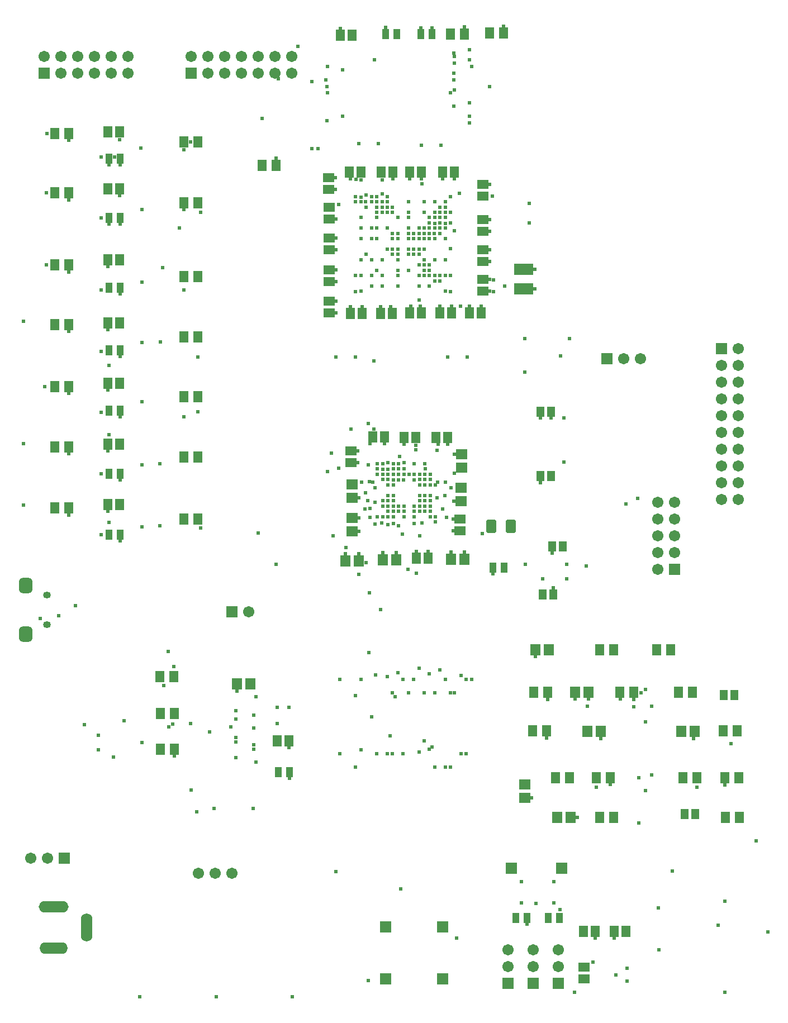
<source format=gbs>
%FSTAX23Y23*%
%MOIN*%
%SFA1B1*%

%IPPOS*%
%AMD110*
4,1,8,0.018700,0.045300,-0.018700,0.045300,-0.041400,0.022600,-0.041400,-0.022600,-0.018700,-0.045300,0.018700,-0.045300,0.041400,-0.022600,0.041400,0.022600,0.018700,0.045300,0.0*
1,1,0.045402,0.018700,0.022600*
1,1,0.045402,-0.018700,0.022600*
1,1,0.045402,-0.018700,-0.022600*
1,1,0.045402,0.018700,-0.022600*
%
%AMD116*
4,1,8,0.029600,-0.029000,0.029600,0.029000,0.019200,0.039400,-0.019200,0.039400,-0.029600,0.029000,-0.029600,-0.029000,-0.019200,-0.039400,0.019200,-0.039400,0.029600,-0.029000,0.0*
1,1,0.020795,0.019200,-0.029000*
1,1,0.020795,0.019200,0.029000*
1,1,0.020795,-0.019200,0.029000*
1,1,0.020795,-0.019200,-0.029000*
%
%ADD82R,0.061149X0.069023*%
%ADD84R,0.057212X0.067055*%
%ADD86R,0.065086X0.053275*%
%ADD96R,0.067055X0.067055*%
%ADD100R,0.118236X0.070992*%
%ADD103R,0.053275X0.065086*%
%ADD105R,0.067055X0.067055*%
%ADD106C,0.067055*%
%ADD107O,0.178000X0.068000*%
%ADD108O,0.068000X0.168000*%
%ADD109O,0.168000X0.068000*%
G04~CAMADD=110~8~0.0~0.0~828.0~906.8~227.0~0.0~15~0.0~0.0~0.0~0.0~0~0.0~0.0~0.0~0.0~0~0.0~0.0~0.0~0.0~828.0~906.8*
%ADD110D110*%
%ADD111O,0.045401X0.041464*%
%ADD112C,0.023748*%
%ADD113R,0.069023X0.061149*%
%ADD114R,0.045401X0.061149*%
%ADD115R,0.041464X0.059181*%
G04~CAMADD=116~8~0.0~0.0~788.7~591.8~104.0~0.0~15~0.0~0.0~0.0~0.0~0~0.0~0.0~0.0~0.0~0~0.0~0.0~0.0~270.0~592.0~788.0*
%ADD116D116*%
%LNpcb_take2-1-1*%
%LPD*%
G54D82*
X04625Y0568D03*
X04704D03*
X04299Y05675D03*
X0422D03*
X03995Y0567D03*
X04074D03*
X0335Y04935D03*
X03429D03*
X0513Y0514D03*
X05209D03*
X05339Y04138D03*
X0526D03*
X05365Y04886D03*
X05444D03*
X06079Y04653D03*
X06D03*
X05519D03*
X0544D03*
G54D84*
X02346Y0822D03*
X02263D03*
X04621Y08813D03*
X04704D03*
X04857Y08819D03*
X04939D03*
X03581Y0803D03*
X03498D03*
X02346Y07865D03*
X02263D03*
X02346Y0708D03*
X02263D03*
X02346Y07435D03*
X02263D03*
X02346Y0671D03*
X02263D03*
X02346Y0635D03*
X02263D03*
X02346Y05985D03*
X02263D03*
X03033Y07365D03*
X03116D03*
Y07005D03*
X03033D03*
Y0665D03*
X03116D03*
Y0629D03*
X03033D03*
X03116Y0592D03*
X03033D03*
Y0817D03*
X03116D03*
X03033Y07805D03*
X03116D03*
X02888Y0498D03*
X02971D03*
X02976Y0476D03*
X02893D03*
X02976Y04545D03*
X02893D03*
X05201Y04885D03*
X05118D03*
X05196Y04655D03*
X05113D03*
X05331Y04375D03*
X05248D03*
X05596Y05138D03*
X05513D03*
X05493Y04375D03*
X05576D03*
X05596Y0414D03*
X05513D03*
X05936Y05138D03*
X05853D03*
X06066Y04885D03*
X05983D03*
X06008Y04375D03*
X06091D03*
X06331Y04655D03*
X06248D03*
X05633Y04885D03*
X05716D03*
X06341Y04375D03*
X06258D03*
X06346Y0414D03*
X06263D03*
G54D86*
X0403Y06325D03*
Y06254D03*
X0468Y05849D03*
Y0592D03*
X0542Y03174D03*
Y03245D03*
X03895Y07884D03*
Y07955D03*
X039Y07709D03*
Y0778D03*
Y07524D03*
Y07595D03*
Y07405D03*
Y07334D03*
Y07149D03*
Y0722D03*
X04815Y0735D03*
Y07279D03*
Y07454D03*
Y07525D03*
Y07844D03*
Y07915D03*
Y07705D03*
Y07634D03*
G54D96*
X05265Y0315D03*
X05116D03*
X04967D03*
X0624Y06935D03*
X0596Y0562D03*
G54D100*
X0506Y07408D03*
Y07291D03*
G54D103*
X0449Y05685D03*
X04419D03*
X0265Y06365D03*
X02579D03*
Y0789D03*
X0265D03*
X04095Y07145D03*
X04024D03*
X04204D03*
X04275D03*
X0445Y0715D03*
X04379D03*
X04559D03*
X0463D03*
X04805D03*
X04734D03*
X05599Y0346D03*
X0567D03*
X05485D03*
X05414D03*
X02579Y0823D03*
X0265D03*
Y07465D03*
X02579D03*
X0265Y0709D03*
X02579D03*
X0265Y0673D03*
X02579D03*
X0265Y06005D03*
X02579D03*
X03589Y04595D03*
X0366D03*
X04159Y0641D03*
X0423D03*
X04344Y06405D03*
X04415D03*
X04605D03*
X04534D03*
X04574Y0799D03*
X04645D03*
X04379D03*
X0445D03*
X04209D03*
X0428D03*
X0409D03*
X04019D03*
X04037Y08805D03*
X03966D03*
G54D105*
X0332Y05365D03*
X03075Y0858D03*
X0232Y03895D03*
X04235Y03175D03*
X04575D03*
X04235Y03485D03*
X04575D03*
X022Y0858D03*
X05285Y03835D03*
X04985D03*
X05555Y06875D03*
G54D106*
X0342Y05365D03*
X03675Y0868D03*
Y0858D03*
X03575Y0868D03*
Y0858D03*
X03475Y0868D03*
Y0858D03*
X03375Y0868D03*
Y0858D03*
X03275Y0868D03*
Y0858D03*
X03175Y0868D03*
Y0858D03*
X03075Y0868D03*
X05265Y0335D03*
Y0325D03*
X0212Y03895D03*
X0222D03*
X05116Y0335D03*
Y0325D03*
X04967Y0335D03*
Y0325D03*
X022Y0868D03*
X023Y0858D03*
Y0868D03*
X024Y0858D03*
Y0868D03*
X025Y0858D03*
Y0868D03*
X026Y0858D03*
Y0868D03*
X027Y0858D03*
Y0868D03*
X05755Y06875D03*
X05655D03*
X0634Y06035D03*
X0624D03*
X0634Y06135D03*
X0624D03*
X0634Y06235D03*
X0624D03*
X0634Y06335D03*
X0624D03*
X0634Y06435D03*
X0624D03*
X0634Y06535D03*
X0624D03*
X0634Y06635D03*
X0624D03*
X0634Y06735D03*
X0624D03*
X0634Y06835D03*
X0624D03*
X0634Y06935D03*
X0586Y0562D03*
X0596Y0572D03*
X0586D03*
X0596Y0582D03*
X0586D03*
X0596Y0592D03*
X0586D03*
X0596Y0602D03*
X0586D03*
X0332Y03805D03*
X0322D03*
X0312D03*
G54D107*
X02255Y03604D03*
G54D108*
X02451Y03482D03*
G54D109*
X02255Y0336D03*
G54D110*
X02089Y05233D03*
Y05521D03*
G54D111*
X02215Y05465D03*
Y05289D03*
G54D112*
X05277Y03588D03*
X0394Y03815D03*
X0524Y03628D03*
X05045D03*
X04939Y0886D03*
X04704Y08855D03*
X04512Y08849D03*
X04235Y08851D03*
X04564Y0815D03*
X05091Y07803D03*
X04574Y07949D03*
X04379D03*
X04075Y08159D03*
X04855Y07705D03*
X04591Y07811D03*
X04528D03*
X05126Y07408D03*
X04591Y07717D03*
X04371Y07811D03*
X04465Y07748D03*
X04497Y07717D03*
X04528Y07654D03*
X04182Y07811D03*
X04855Y07454D03*
X04371Y07717D03*
X04591Y07591D03*
X04245Y07748D03*
X04308Y07717D03*
X03935Y07884D03*
X04879Y07345D03*
X04056Y07811D03*
X04497Y07591D03*
X04182Y07717D03*
X04855Y0735D03*
X05331Y06995D03*
X04088Y07717D03*
X04528Y07465D03*
X02586Y08032D03*
X04591Y07371D03*
X0394Y07709D03*
X04497Y07402D03*
X04308Y07465D03*
X04528Y07339D03*
X04805Y0719D03*
X04434Y07371D03*
X04371Y07402D03*
X04308D03*
X04497Y07308D03*
X04151Y07465D03*
X04182Y07402D03*
X04214Y07371D03*
X04308Y07308D03*
X04559Y0719D03*
X04088Y07371D03*
X04151Y07308D03*
X04723Y06885D03*
X0394Y07405D03*
X02586Y07677D03*
X04204Y07185D03*
X04095D03*
X0394Y07149D03*
X04055Y06885D03*
X02653Y07262D03*
X04605Y06364D03*
X04647Y06304D03*
X05822Y04803D03*
X04344Y06364D03*
X05822Y04393D03*
X02653Y06887D03*
X04407Y06153D03*
X04438Y06059D03*
X04312Y06153D03*
X04876Y05592D03*
X0407Y06325D03*
X04438Y06027D03*
X04407Y05996D03*
X04281Y06027D03*
X04625Y05722D03*
X04077Y06045D03*
X0449Y05725D03*
X02653Y06527D03*
X05196Y04613D03*
X04299Y05717D03*
X04077Y05845D03*
X03995Y05712D03*
X04717Y04962D03*
X02653Y06152D03*
X05133Y03626D03*
X05078Y03502D03*
X04371Y04882D03*
X0434Y04962D03*
X04623Y04437D03*
X02653Y05787D03*
X03962Y04517D03*
X03663Y04372D03*
X03447Y04193D03*
X02522Y04628D03*
X04643Y08539D03*
X04734Y08323D03*
X0561Y032D03*
X04402Y07622D03*
X04245Y07654D03*
X04308Y07622D03*
X04371Y07591D03*
X04402Y07528D03*
X04277Y07591D03*
X04308Y07528D03*
X04371Y07497D03*
X04277D03*
X05675Y03162D03*
X04643Y08697D03*
Y08579D03*
X03966Y08846D03*
X04643Y08382D03*
X04734Y08283D03*
X03978Y08598D03*
X03887Y085D03*
X04855Y07915D03*
X04645Y07949D03*
X04448Y0815D03*
X05091Y07686D03*
X0445Y07949D03*
X04191Y08159D03*
X04623Y07843D03*
X0428Y07949D03*
X04855Y07634D03*
X0456Y0778D03*
X04465Y07811D03*
X04528Y07717D03*
X04855Y07525D03*
X04591Y07654D03*
X03935Y07955D03*
X04245Y07811D03*
X04371Y07748D03*
X05126Y07291D03*
X03581Y08071D03*
X04056Y07843D03*
X04434Y07654D03*
X02346Y08178D03*
X02777Y08133D03*
X04119Y0778D03*
X04528Y07591D03*
X04182Y07748D03*
X04879Y07274D03*
X04371Y07622D03*
X04591Y07465D03*
X04402Y07591D03*
X04277Y07622D03*
X04182Y07654D03*
X04308Y07591D03*
X04855Y07279D03*
X04371Y07528D03*
X04402Y07497D03*
X04623Y07371D03*
X04088Y07654D03*
X04277Y07528D03*
X04465Y07434D03*
X04308Y07497D03*
X0456Y07371D03*
X04434Y07434D03*
X04151Y07591D03*
X0456Y07339D03*
X04497Y07371D03*
X04623Y07276D03*
X04214Y07465D03*
X0394Y07595D03*
X04734Y0719D03*
X04308Y07371D03*
X04434Y07308D03*
X04088Y07465D03*
X0265Y07849D03*
X0463Y0719D03*
X05064Y06795D03*
X04151Y07371D03*
X02346Y07823D03*
X04214Y07308D03*
X02782Y07766D03*
X04056Y07371D03*
Y07276D03*
X05158Y06521D03*
X04606Y06885D03*
X0394Y07334D03*
Y0722D03*
X04024Y07185D03*
X02579Y07424D03*
X05158Y06136D03*
X06258Y04333D03*
X02346Y07393D03*
X02782Y07333D03*
X03939Y06885D03*
X0626Y03639D03*
Y03094D03*
X05228Y05716D03*
X05785Y04709D03*
X05316Y05563D03*
X02579Y07049D03*
X05068Y0565D03*
X02346Y07038D03*
X02782Y06973D03*
X0423Y06369D03*
X05236Y05508D03*
X04642Y06025D03*
X05785Y04299D03*
X04407Y06185D03*
X0447Y06059D03*
X04639Y05849D03*
X05863Y03598D03*
X0447Y06027D03*
X04281Y06153D03*
X05519Y0461D03*
X05865Y03347D03*
X04501Y05933D03*
X0407Y06254D03*
X04344Y05996D03*
X04704Y05722D03*
X04407Y05933D03*
X04249Y06027D03*
X0513Y05097D03*
X02579Y06689D03*
X04281Y05933D03*
X02782Y06618D03*
X02346Y06668D03*
X05201Y04843D03*
X05675Y03237D03*
X05599Y03419D03*
X04419Y05725D03*
X04077Y05924D03*
X05485Y03419D03*
X0422Y05717D03*
X05473Y03274D03*
X02579Y06324D03*
X04074Y05712D03*
X02782Y06243D03*
X02346Y06308D03*
X0524Y03755D03*
X05107Y04255D03*
X04623Y04882D03*
X05045Y03755D03*
X04717Y04517D03*
X04402Y04962D03*
X02579Y05964D03*
X02782Y05873D03*
X02346Y05943D03*
X0434Y04517D03*
X03962Y04962D03*
X04277Y04517D03*
X04056Y04437D03*
X04327Y03713D03*
X03589Y04794D03*
X0335Y04892D03*
X02174Y05326D03*
X0366Y04554D03*
X03342Y04775D03*
X03448Y0475D03*
X03342Y04724D03*
X02912Y04925D03*
X03448Y04545D03*
X0368Y03069D03*
X02522Y04541D03*
X03225Y03069D03*
X0277D03*
X04734Y08717D03*
Y08402D03*
X03888Y08619D03*
Y08461D03*
X03978Y08323D03*
X04371Y07654D03*
X04434Y07591D03*
X04151Y07654D03*
X04183Y07591D03*
X04246Y07529D03*
X04088Y07591D03*
X0394Y07525D03*
X02964Y04695D03*
X0466Y03418D03*
X02538Y05825D03*
X02538Y0619D03*
X03071Y0817D03*
X05173Y05563D03*
X03006Y07654D03*
X05444Y04845D03*
X05716Y04843D03*
X02904Y07417D03*
X02893Y06974D03*
X06445Y04D03*
X02538Y0692D03*
X02888Y05879D03*
Y06249D03*
X04626Y06104D03*
X03213Y04193D03*
X03832Y0813D03*
X02538Y06555D03*
X06297Y0458D03*
X02074Y06002D03*
Y06367D03*
Y07097D03*
X04532Y06122D03*
X05747Y04104D03*
X05786Y04902D03*
X02943Y04678D03*
X03077Y04303D03*
X03887Y08295D03*
X05747Y04375D03*
X06071Y0461D03*
X02971Y05038D03*
X05316Y0565D03*
X03449Y04571D03*
X04439Y05818D03*
X04529Y07749D03*
X06219Y03496D03*
X04368Y05618D03*
X04407Y05965D03*
X04591Y06137D03*
X04267Y07185D03*
X0455Y06364D03*
X04218Y06248D03*
X03912Y06312D03*
X04512Y04558D03*
X04502Y06028D03*
X04465Y07623D03*
X04281Y06122D03*
Y05893D03*
X0456Y07717D03*
X04435Y07225D03*
X04442Y0719D03*
X0456Y07623D03*
X0425Y06059D03*
X04308Y05002D03*
X03477Y05834D03*
X04437Y07527D03*
X04143Y06369D03*
X02538Y07285D03*
X04056Y04866D03*
X04647Y06193D03*
X04545Y06137D03*
X04434Y04529D03*
X03131Y07749D03*
X04151Y07812D03*
X0265Y08181D03*
X02538Y07715D03*
X04214Y0778D03*
X03956Y07796D03*
X04182Y07779D03*
X04183Y07842D03*
X04027Y07949D03*
X04277Y0778D03*
X0409Y07941D03*
X04217D03*
X04407Y05893D03*
X0544Y04803D03*
X03879Y08539D03*
X03596Y08544D03*
X0412Y07851D03*
X04734Y08657D03*
X04644Y08677D03*
Y08638D03*
X04168Y08657D03*
X04466Y07371D03*
X04945Y0731D03*
X04592Y07277D03*
X04871Y07844D03*
X03342Y04614D03*
X03463Y04468D03*
X02286Y05342D03*
X04439Y06154D03*
X04438Y06122D03*
X04439Y06185D03*
X02782Y04585D03*
X04218Y05933D03*
X04344Y06217D03*
X04415Y06332D03*
X04387Y0719D03*
X04497Y07686D03*
X04439Y05965D03*
X04623Y07686D03*
X03888Y06201D03*
X04218Y06216D03*
X0425Y06122D03*
X04686Y04986D03*
X04344Y05966D03*
X04319Y06293D03*
X0567Y0601D03*
X0425Y05996D03*
Y05965D03*
X0412Y07497D03*
X04093Y0614D03*
X04497Y07622D03*
X04115Y06075D03*
X0456Y07654D03*
X04281Y06059D03*
X04376Y06185D03*
X04281Y06217D03*
X04088Y04962D03*
X04502Y06122D03*
X04277Y04882D03*
X04313Y06248D03*
X04119Y05658D03*
X04501Y06154D03*
X04575Y05977D03*
X04528Y04437D03*
X0456Y0502D03*
X04245Y04518D03*
X04501Y06185D03*
X0447Y06248D03*
X04291Y04857D03*
X04312Y05996D03*
X03116Y06884D03*
X0425Y06154D03*
X04599Y0593D03*
X03463Y04859D03*
X05493Y04317D03*
X06091D03*
X04674Y07862D03*
X04748Y08618D03*
X0456Y07749D03*
X04644Y0848D03*
X04529Y07371D03*
X04857Y085D03*
X03071Y04699D03*
X03313Y04678D03*
X03185Y04647D03*
X03449Y04673D03*
X02976Y04504D03*
X0366Y04795D03*
X03343Y04589D03*
X04591Y04963D03*
X04171Y06106D03*
Y0602D03*
X04623Y07531D03*
X04591Y04437D03*
X04186Y06217D03*
X0425Y05886D03*
X04592Y0778D03*
X04218Y05996D03*
X0244Y04693D03*
X02611Y04498D03*
X04138Y05478D03*
X04211Y05894D03*
X02675Y04714D03*
X02384Y05402D03*
X03343Y04494D03*
X03116Y06559D03*
X04336Y05828D03*
X06514Y03455D03*
X0447Y05996D03*
X05433Y05639D03*
X04344Y06256D03*
X04621Y08461D03*
X04446Y0885D03*
X04451Y0792D03*
X04466Y07403D03*
X04811Y05832D03*
X04434Y07497D03*
X0528Y06892D03*
X05064Y06995D03*
X05634Y04844D03*
X05946Y0382D03*
X05366Y04845D03*
X0576Y04883D03*
X05716Y04799D03*
X05576Y04334D03*
X0538Y04138D03*
X04588Y06057D03*
X0464Y0592D03*
X03499Y08307D03*
X03795Y0813D03*
X04088Y07277D03*
X02202Y0671D03*
X02212Y07435D03*
Y07865D03*
X02215Y0822D03*
X03589Y04698D03*
X0294Y05128D03*
X04344Y05933D03*
X04502Y05996D03*
X04277Y07749D03*
X04245Y07843D03*
X04246Y0778D03*
X03712Y08739D03*
X04214Y07859D03*
Y07811D03*
X04151Y07843D03*
X04059Y07946D03*
X04115Y07812D03*
X02653Y07677D03*
X02538Y0808D03*
X04214Y07749D03*
X02653Y08032D03*
X02618Y0808D03*
X03033Y07764D03*
X04088Y07839D03*
X03033Y08121D03*
X04088Y07812D03*
X04407Y06248D03*
X05739Y06041D03*
X04502Y06059D03*
X04281Y06185D03*
X04313Y06185D03*
Y06217D03*
X04439Y05996D03*
X04502Y05965D03*
X02586Y059D03*
X0447Y05965D03*
X04533Y05933D03*
Y05902D03*
X02586Y06423D03*
Y06834D03*
X04541Y06327D03*
X04313Y05879D03*
X03131Y05864D03*
X03033Y06527D03*
X04313Y05965D03*
X03033Y07286D03*
X04281Y05996D03*
X04497Y07434D03*
X04683Y0719D03*
X04263Y04626D03*
X04345Y06184D03*
X04466Y07466D03*
X04343Y06153D03*
X0414Y06143D03*
X03998Y05748D03*
X0442Y05594D03*
X0416Y06137D03*
X04076Y05588D03*
X04749Y04963D03*
X04218Y06154D03*
X04453Y05896D03*
X04686Y04518D03*
X03582Y05647D03*
X04187Y06185D03*
X04218D03*
X04644Y04883D03*
X04088Y04542D03*
X04187Y06248D03*
X0425Y06256D03*
X03957Y06223D03*
X0425Y06216D03*
X04131Y06242D03*
X04141Y05983D03*
X0425Y06185D03*
X04281Y06248D03*
X04141Y05928D03*
X04466Y07591D03*
X04131Y06487D03*
X04218Y06028D03*
X04113Y05979D03*
X04245Y04979D03*
X04165Y06861D03*
X04524Y07623D03*
X04165Y06454D03*
X0403D03*
X0413Y06027D03*
X04174Y04987D03*
X04592Y07681D03*
X03921Y05819D03*
X0447Y06154D03*
X04151Y0474D03*
X04465Y07529D03*
X0447Y06185D03*
X04471Y06217D03*
X04183Y04518D03*
X04645Y07638D03*
X04466Y07654D03*
X04434Y07623D03*
X04465Y04595D03*
X04497Y04544D03*
X0447Y06122D03*
X04415Y06357D03*
X04623Y07749D03*
X04541Y06044D03*
X04592Y07749D03*
X04497Y07654D03*
X04528Y04882D03*
X04497Y04996D03*
X04465Y04882D03*
X04135Y05122D03*
X0456Y07686D03*
X0425Y05933D03*
X04281Y05965D03*
X04206Y05378D03*
X04434Y0503D03*
X04528Y07683D03*
X05299Y06522D03*
X05221D03*
X04187Y05933D03*
X05299Y0626D03*
X04173Y05888D03*
X05361Y03094D03*
X04133Y03166D03*
X03796Y0853D03*
X03109Y04172D03*
G54D113*
X04035Y06045D03*
Y06124D03*
Y05845D03*
Y05924D03*
X04685Y06104D03*
Y06025D03*
X0469Y06304D03*
Y06225D03*
X05065Y04255D03*
Y04334D03*
G54D114*
X05236Y0547D03*
X05173D03*
X05221Y0656D03*
X05158D03*
X05221Y06175D03*
X05158D03*
X05228Y05755D03*
X05291D03*
X06081Y04157D03*
X06018D03*
X06316Y04867D03*
X06253D03*
G54D115*
X05206Y0354D03*
X05273D03*
X05078D03*
X05011D03*
X02653Y05825D03*
X02586D03*
X02653Y0619D03*
X02586D03*
X02653Y06565D03*
X02586D03*
X02653Y06925D03*
X02586D03*
X02653Y073D03*
X02586D03*
Y0807D03*
X02653D03*
X02586Y07715D03*
X02653D03*
X03663Y0441D03*
X03596D03*
X04876Y0563D03*
X04943D03*
X04235Y08813D03*
X04302D03*
X04512Y08812D03*
X04446D03*
G54D116*
X04867Y05875D03*
X04982D03*
M02*
</source>
